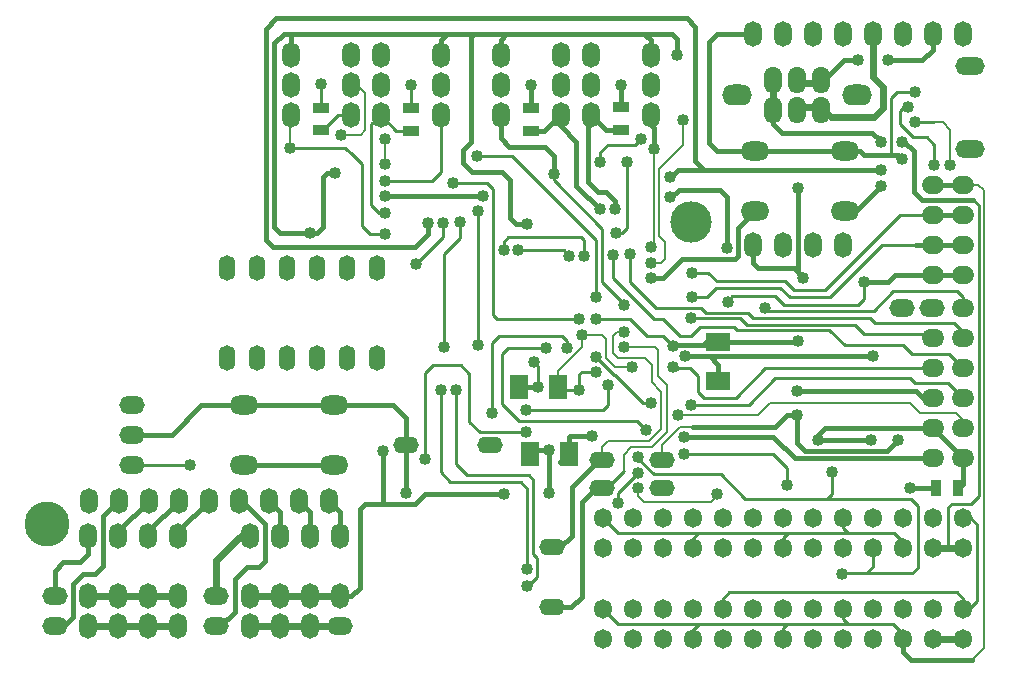
<source format=gbl>
G04 (created by PCBNEW-RS274X (2012-01-19 BZR 3256)-stable) date 5/6/2556 16:26:55*
G01*
G70*
G90*
%MOIN*%
G04 Gerber Fmt 3.4, Leading zero omitted, Abs format*
%FSLAX34Y34*%
G04 APERTURE LIST*
%ADD10C,0.006000*%
%ADD11O,0.060000X0.065000*%
%ADD12C,0.150000*%
%ADD13C,0.138100*%
%ADD14O,0.060000X0.085000*%
%ADD15O,0.085000X0.055000*%
%ADD16O,0.085000X0.060000*%
%ADD17O,0.095000X0.064000*%
%ADD18O,0.060000X0.090000*%
%ADD19O,0.100000X0.070000*%
%ADD20O,0.055000X0.085000*%
%ADD21O,0.075000X0.060000*%
%ADD22R,0.060000X0.080000*%
%ADD23R,0.080000X0.060000*%
%ADD24R,0.035000X0.055000*%
%ADD25C,0.060000*%
%ADD26R,0.055000X0.035000*%
%ADD27O,0.098400X0.059400*%
%ADD28O,0.098400X0.060000*%
%ADD29C,0.040000*%
%ADD30C,0.015000*%
%ADD31C,0.024000*%
%ADD32C,0.008000*%
%ADD33C,0.010000*%
G04 APERTURE END LIST*
G54D10*
G54D11*
X71949Y-48170D03*
X71949Y-49170D03*
X70949Y-48170D03*
X70949Y-49170D03*
X69949Y-48170D03*
X69949Y-49170D03*
X68949Y-48170D03*
X68949Y-49170D03*
X67949Y-48170D03*
X67949Y-49170D03*
X66949Y-48170D03*
X66949Y-49170D03*
X65949Y-48170D03*
X65949Y-49170D03*
X64949Y-48170D03*
X64949Y-49170D03*
X63949Y-48170D03*
X63949Y-49170D03*
X62949Y-48170D03*
X62949Y-49170D03*
X61949Y-48170D03*
X61949Y-49170D03*
X60949Y-48170D03*
X60949Y-49170D03*
X59949Y-48170D03*
X59949Y-49170D03*
G54D12*
X41402Y-45342D03*
G54D13*
X62898Y-35283D03*
G54D14*
X64943Y-36027D03*
X65943Y-36027D03*
X66943Y-36027D03*
X67943Y-36027D03*
G54D15*
X58246Y-48116D03*
X58246Y-46116D03*
G54D16*
X41678Y-48737D03*
X41678Y-47737D03*
G54D17*
X68016Y-32897D03*
X68016Y-34897D03*
X65016Y-32897D03*
X65016Y-34897D03*
G54D18*
X67210Y-30530D03*
X67210Y-31550D03*
X66410Y-30530D03*
X66410Y-31550D03*
X65610Y-30530D03*
X65610Y-31550D03*
G54D19*
X64410Y-31040D03*
X68410Y-31040D03*
G54D14*
X48186Y-45737D03*
X49186Y-45737D03*
X50186Y-45737D03*
X51186Y-45737D03*
G54D16*
X47064Y-48745D03*
X47064Y-47745D03*
G54D15*
X61914Y-43204D03*
X59914Y-43204D03*
G54D14*
X51538Y-29692D03*
X51538Y-30692D03*
X51538Y-31692D03*
X52538Y-29692D03*
X52538Y-30692D03*
X52538Y-31692D03*
G54D20*
X52423Y-36816D03*
X47423Y-36816D03*
X47423Y-39808D03*
X52423Y-39808D03*
X51423Y-39808D03*
X50423Y-39808D03*
X49423Y-39808D03*
X48423Y-39808D03*
X51423Y-36816D03*
X50423Y-36816D03*
X49423Y-36816D03*
X48423Y-36816D03*
G54D14*
X42804Y-44564D03*
X43804Y-44564D03*
X44804Y-44564D03*
X45804Y-44564D03*
X46804Y-44564D03*
X47804Y-44564D03*
X48804Y-44564D03*
X49804Y-44564D03*
X50804Y-44564D03*
X61538Y-31692D03*
X61538Y-30692D03*
X61538Y-29692D03*
X56538Y-31692D03*
X56538Y-30692D03*
X56538Y-29692D03*
X54538Y-31692D03*
X54538Y-30692D03*
X54538Y-29692D03*
X49538Y-31692D03*
X49538Y-30692D03*
X49538Y-29692D03*
G54D16*
X44237Y-41361D03*
X44237Y-42361D03*
X44237Y-43361D03*
G54D15*
X61914Y-44136D03*
X59914Y-44136D03*
G54D14*
X58538Y-29692D03*
X58538Y-30692D03*
X58538Y-31692D03*
X59538Y-29692D03*
X59538Y-30692D03*
X59538Y-31692D03*
G54D21*
X71950Y-43150D03*
X71950Y-42150D03*
X71950Y-41150D03*
X71950Y-40150D03*
X71950Y-39150D03*
X71950Y-38150D03*
X70950Y-43150D03*
X70950Y-42150D03*
X70950Y-41150D03*
X70950Y-40150D03*
X70950Y-39150D03*
G54D14*
X51186Y-47737D03*
G54D16*
X51186Y-48737D03*
G54D14*
X50186Y-47737D03*
X50186Y-48737D03*
X49186Y-47737D03*
X49186Y-48737D03*
X48186Y-47737D03*
X48186Y-48737D03*
X42800Y-45737D03*
X43800Y-45737D03*
X44800Y-45737D03*
X45800Y-45737D03*
X45800Y-47737D03*
X45800Y-48737D03*
X44800Y-47737D03*
X44800Y-48737D03*
X43800Y-47737D03*
X43800Y-48737D03*
X42800Y-47737D03*
X42800Y-48737D03*
G54D22*
X57508Y-43008D03*
X58808Y-43008D03*
X57166Y-40779D03*
X58466Y-40779D03*
G54D23*
X63783Y-39283D03*
X63783Y-40583D03*
G54D24*
X71045Y-44142D03*
X71795Y-44142D03*
G54D25*
X71875Y-34030D02*
X72025Y-34030D01*
X71875Y-35030D02*
X72025Y-35030D01*
X71875Y-36030D02*
X72025Y-36030D01*
X71875Y-37030D02*
X72025Y-37030D01*
G54D14*
X70944Y-29016D03*
X71944Y-29016D03*
G54D16*
X70930Y-38150D03*
X69930Y-38150D03*
G54D26*
X50544Y-31461D03*
X50544Y-32211D03*
X53543Y-31468D03*
X53543Y-32218D03*
X57540Y-31482D03*
X57540Y-32232D03*
X60537Y-31449D03*
X60537Y-32199D03*
G54D17*
X50976Y-41378D03*
X50976Y-43378D03*
X47976Y-41378D03*
X47976Y-43378D03*
G54D11*
X71951Y-45149D03*
X71951Y-46149D03*
X70951Y-45149D03*
X70951Y-46149D03*
X69951Y-45149D03*
X69951Y-46149D03*
X68951Y-45149D03*
X68951Y-46149D03*
X67951Y-45149D03*
X67951Y-46149D03*
X66951Y-45149D03*
X66951Y-46149D03*
X65951Y-45149D03*
X65951Y-46149D03*
X64951Y-45149D03*
X64951Y-46149D03*
X63951Y-45149D03*
X63951Y-46149D03*
X62951Y-45149D03*
X62951Y-46149D03*
X61951Y-45149D03*
X61951Y-46149D03*
X60951Y-45149D03*
X60951Y-46149D03*
X59951Y-45149D03*
X59951Y-46149D03*
G54D25*
X70878Y-34032D02*
X71028Y-34032D01*
X70878Y-35032D02*
X71028Y-35032D01*
X70878Y-36032D02*
X71028Y-36032D01*
X70878Y-37032D02*
X71028Y-37032D01*
G54D27*
X72192Y-32822D03*
G54D28*
X72192Y-30066D03*
G54D14*
X64944Y-29015D03*
X65944Y-29015D03*
X66944Y-29015D03*
X67944Y-29015D03*
X69944Y-29016D03*
X68944Y-29016D03*
G54D15*
X56183Y-42714D03*
X53383Y-42714D03*
G54D29*
X68964Y-39742D03*
X62684Y-39741D03*
X52605Y-42915D03*
X59153Y-38505D03*
X54941Y-33975D03*
X60926Y-40111D03*
X59265Y-39030D03*
X67118Y-42544D03*
X59703Y-40266D03*
X59160Y-40881D03*
X58149Y-44313D03*
X68880Y-42546D03*
X56637Y-44325D03*
X58152Y-42874D03*
X69207Y-32601D03*
X54102Y-35292D03*
X62184Y-33780D03*
X68667Y-37266D03*
X64101Y-37932D03*
X69206Y-33518D03*
X62609Y-31883D03*
X61554Y-36648D03*
X56640Y-36195D03*
X49532Y-32796D03*
X52668Y-35681D03*
X59316Y-36393D03*
X58830Y-36393D03*
X57129Y-36201D03*
X58314Y-33660D03*
X60660Y-38034D03*
X54634Y-35286D03*
X53715Y-36681D03*
X52668Y-33906D03*
X61554Y-36098D03*
X61638Y-32844D03*
X69909Y-33153D03*
X62290Y-39410D03*
X60375Y-35631D03*
X70353Y-30929D03*
X62430Y-29712D03*
X51032Y-33624D03*
X66628Y-37136D03*
X59577Y-42405D03*
X60462Y-44645D03*
X66441Y-34128D03*
X53382Y-44308D03*
X66420Y-40916D03*
X59716Y-38506D03*
X65351Y-38129D03*
X55776Y-39374D03*
X57408Y-35334D03*
X59716Y-37767D03*
X50199Y-35643D03*
X57798Y-40766D03*
X60736Y-33268D03*
X69780Y-42544D03*
X61128Y-43628D03*
X55782Y-34902D03*
X66459Y-39225D03*
X57661Y-39931D03*
X66417Y-41694D03*
X55756Y-33082D03*
X60847Y-36343D03*
X70106Y-31446D03*
X54537Y-40854D03*
X57417Y-46845D03*
X70998Y-33375D03*
X55056Y-40851D03*
X71534Y-33378D03*
X70353Y-31932D03*
X57416Y-47399D03*
X58763Y-39456D03*
X46192Y-43361D03*
X56259Y-41619D03*
X63762Y-44342D03*
X61128Y-44130D03*
X51233Y-32360D03*
X52668Y-34952D03*
X59853Y-34848D03*
X60341Y-34848D03*
X58049Y-39454D03*
X62637Y-42444D03*
X61396Y-42200D03*
X62446Y-41716D03*
X62868Y-41356D03*
X69462Y-29867D03*
X68450Y-29866D03*
X70194Y-44146D03*
X54642Y-39431D03*
X55182Y-35284D03*
X60660Y-39436D03*
X60660Y-38940D03*
X59703Y-39759D03*
X61553Y-41292D03*
X61553Y-37141D03*
X69206Y-34079D03*
X61205Y-32508D03*
X59855Y-33273D03*
X53542Y-30690D03*
X52668Y-33318D03*
X52668Y-32502D03*
X50540Y-30682D03*
X57542Y-30690D03*
X60536Y-30696D03*
X62874Y-38478D03*
X62289Y-40095D03*
X62640Y-43012D03*
X66084Y-44036D03*
X60288Y-36352D03*
X62902Y-36953D03*
X62906Y-37769D03*
X57369Y-42279D03*
X60105Y-40692D03*
X54033Y-43176D03*
X57370Y-41546D03*
X67928Y-46991D03*
X67587Y-43596D03*
X61131Y-43089D03*
X69903Y-32594D03*
X52671Y-34395D03*
X64098Y-36126D03*
X62181Y-34439D03*
X55936Y-34394D03*
G54D30*
X57642Y-42874D02*
X57508Y-43008D01*
X53676Y-44672D02*
X52601Y-44672D01*
G54D31*
X50186Y-47737D02*
X51186Y-47737D01*
G54D32*
X59265Y-39428D02*
X58466Y-40227D01*
G54D30*
X69468Y-42150D02*
X67351Y-42150D01*
G54D32*
X59265Y-39030D02*
X59265Y-39428D01*
G54D30*
X68878Y-42544D02*
X68880Y-42546D01*
X51563Y-47737D02*
X51186Y-47737D01*
X63506Y-39741D02*
X68963Y-39741D01*
G54D32*
X60067Y-39179D02*
X60067Y-39813D01*
G54D33*
X59160Y-40881D02*
X58568Y-40881D01*
G54D30*
X63783Y-40583D02*
X63783Y-40018D01*
G54D32*
X58466Y-40227D02*
X58466Y-40779D01*
G54D33*
X58568Y-40881D02*
X58466Y-40779D01*
X59160Y-40349D02*
X59243Y-40266D01*
G54D30*
X68963Y-39741D02*
X68964Y-39742D01*
G54D33*
X56751Y-38505D02*
X59153Y-38505D01*
G54D30*
X71950Y-43987D02*
X71795Y-44142D01*
X67118Y-42383D02*
X67118Y-42544D01*
G54D32*
X60926Y-40111D02*
X60365Y-40111D01*
G54D33*
X55770Y-33975D02*
X56095Y-33975D01*
G54D32*
X60067Y-39813D02*
X60365Y-40111D01*
G54D30*
X51840Y-45240D02*
X51840Y-47460D01*
X52605Y-44046D02*
X52605Y-44672D01*
X67118Y-42544D02*
X67118Y-42546D01*
G54D33*
X58568Y-40881D02*
X58466Y-40779D01*
G54D30*
X62684Y-39741D02*
X63506Y-39741D01*
X70950Y-42150D02*
X69468Y-42150D01*
G54D33*
X59243Y-40266D02*
X59703Y-40266D01*
X59160Y-40881D02*
X59160Y-40349D01*
G54D30*
X58152Y-44310D02*
X58149Y-44313D01*
X52002Y-44672D02*
X51840Y-44834D01*
X68878Y-42544D02*
X67118Y-42544D01*
G54D33*
X54941Y-33975D02*
X55770Y-33975D01*
G54D30*
X58152Y-42874D02*
X57642Y-42874D01*
G54D31*
X49186Y-47737D02*
X50186Y-47737D01*
X48186Y-47737D02*
X49186Y-47737D01*
X44800Y-47737D02*
X45800Y-47737D01*
G54D33*
X56095Y-33975D02*
X56290Y-34170D01*
G54D30*
X56637Y-44325D02*
X54023Y-44325D01*
X52605Y-42915D02*
X52605Y-44046D01*
G54D33*
X56290Y-38370D02*
X56425Y-38505D01*
G54D30*
X52601Y-44672D02*
X52002Y-44672D01*
X58152Y-42874D02*
X58152Y-44310D01*
G54D33*
X58568Y-40881D02*
X58466Y-40779D01*
G54D30*
X63783Y-40018D02*
X63506Y-39741D01*
X71950Y-43150D02*
X71950Y-43987D01*
G54D32*
X59918Y-39030D02*
X60067Y-39179D01*
G54D30*
X52605Y-44672D02*
X52601Y-44672D01*
G54D31*
X43800Y-47737D02*
X44800Y-47737D01*
G54D30*
X54023Y-44325D02*
X53676Y-44672D01*
G54D33*
X56425Y-38505D02*
X56751Y-38505D01*
X56290Y-34170D02*
X56290Y-38370D01*
G54D31*
X42800Y-47737D02*
X43800Y-47737D01*
G54D30*
X51840Y-44834D02*
X51840Y-45240D01*
G54D32*
X59265Y-39030D02*
X59918Y-39030D01*
G54D30*
X51840Y-47460D02*
X51563Y-47737D01*
X71950Y-43150D02*
X70950Y-42150D01*
X67351Y-42150D02*
X67118Y-42383D01*
G54D33*
X59153Y-38505D02*
X59154Y-38505D01*
G54D30*
X68930Y-32297D02*
X68572Y-32297D01*
X71950Y-37030D02*
X70955Y-37030D01*
X69168Y-32535D02*
X68930Y-32297D01*
X63030Y-28755D02*
X63030Y-32991D01*
G54D33*
X64101Y-37893D02*
X64248Y-37746D01*
G54D30*
X63030Y-33234D02*
X63314Y-33518D01*
G54D31*
X65610Y-30640D02*
X65610Y-31440D01*
G54D30*
X69207Y-32601D02*
X69168Y-32601D01*
X69206Y-33518D02*
X63314Y-33518D01*
G54D33*
X68437Y-38048D02*
X68117Y-38048D01*
G54D30*
X53668Y-36100D02*
X49221Y-36100D01*
X54102Y-35666D02*
X53668Y-36100D01*
X48705Y-35853D02*
X48952Y-36100D01*
G54D33*
X65679Y-37746D02*
X65484Y-37746D01*
X68667Y-37818D02*
X68437Y-38048D01*
G54D30*
X49052Y-28477D02*
X62752Y-28477D01*
X63030Y-32991D02*
X63030Y-33234D01*
X48705Y-28824D02*
X49052Y-28477D01*
X68667Y-37266D02*
X69449Y-37266D01*
X48705Y-29554D02*
X48705Y-35853D01*
X62446Y-33518D02*
X62184Y-33780D01*
X69685Y-37030D02*
X70940Y-37030D01*
G54D33*
X65484Y-37746D02*
X64658Y-37746D01*
G54D30*
X65917Y-32297D02*
X68572Y-32297D01*
G54D33*
X68117Y-38048D02*
X66663Y-38048D01*
G54D30*
X70940Y-37030D02*
X71950Y-37030D01*
X49221Y-36100D02*
X48952Y-36100D01*
G54D33*
X65981Y-38048D02*
X65679Y-37746D01*
G54D30*
X70955Y-37030D02*
X70953Y-37032D01*
X54102Y-35292D02*
X54102Y-35666D01*
G54D33*
X68667Y-37266D02*
X68667Y-37818D01*
G54D30*
X65610Y-31990D02*
X65917Y-32297D01*
X62752Y-28477D02*
X63030Y-28755D01*
G54D33*
X66663Y-38048D02*
X65981Y-38048D01*
G54D30*
X63314Y-33518D02*
X62446Y-33518D01*
X69168Y-32601D02*
X69168Y-32535D01*
X69168Y-32535D02*
X69168Y-32535D01*
G54D33*
X64248Y-37746D02*
X64658Y-37746D01*
G54D30*
X69449Y-37266D02*
X69685Y-37030D01*
X48705Y-29554D02*
X48705Y-28824D01*
G54D33*
X64101Y-37932D02*
X64101Y-37893D01*
G54D30*
X65610Y-31440D02*
X65610Y-31990D01*
G54D32*
X62609Y-31883D02*
X62609Y-32701D01*
X62609Y-32701D02*
X61814Y-33496D01*
X61814Y-35718D02*
X62034Y-35938D01*
X61814Y-33496D02*
X61814Y-35718D01*
X62034Y-36512D02*
X61898Y-36648D01*
X61898Y-36648D02*
X61554Y-36648D01*
X62034Y-35938D02*
X62034Y-36512D01*
G54D33*
X52668Y-35681D02*
X52187Y-35681D01*
X59229Y-35772D02*
X57248Y-35772D01*
X51905Y-33334D02*
X51551Y-32980D01*
X57005Y-35772D02*
X57248Y-35772D01*
X56640Y-35931D02*
X56799Y-35772D01*
X59316Y-35859D02*
X59229Y-35772D01*
X51367Y-32796D02*
X51905Y-33334D01*
X49532Y-32796D02*
X51367Y-32796D01*
G54D32*
X49532Y-32796D02*
X49532Y-31698D01*
X49532Y-31698D02*
X49538Y-31692D01*
G54D33*
X56640Y-36195D02*
X56640Y-35931D01*
X51905Y-35399D02*
X51905Y-33334D01*
X59316Y-36393D02*
X59316Y-35859D01*
X52187Y-35681D02*
X51905Y-35399D01*
X56799Y-35772D02*
X57005Y-35772D01*
X58830Y-36393D02*
X58638Y-36201D01*
X57129Y-36201D02*
X58638Y-36201D01*
X58830Y-36393D02*
X58830Y-36297D01*
G54D30*
X58009Y-32753D02*
X58314Y-33058D01*
X56826Y-32753D02*
X58009Y-32753D01*
G54D33*
X58314Y-33669D02*
X58314Y-33660D01*
X59934Y-37282D02*
X60660Y-38008D01*
G54D30*
X56538Y-32465D02*
X56826Y-32753D01*
X56538Y-31692D02*
X56538Y-32465D01*
G54D33*
X59934Y-35490D02*
X59934Y-35609D01*
X60660Y-38008D02*
X60660Y-38034D01*
X59934Y-36533D02*
X59934Y-37282D01*
X59934Y-35609D02*
X59934Y-36533D01*
X58314Y-33870D02*
X59934Y-35490D01*
X58314Y-33669D02*
X58314Y-33870D01*
G54D30*
X58314Y-33058D02*
X58314Y-33660D01*
G54D33*
X54634Y-35762D02*
X53715Y-36681D01*
X54634Y-35286D02*
X54634Y-35762D01*
X54245Y-33906D02*
X54538Y-33613D01*
X54538Y-33613D02*
X54538Y-31692D01*
X52668Y-33906D02*
X54245Y-33906D01*
G54D30*
X61638Y-32142D02*
X61638Y-32816D01*
G54D32*
X61638Y-36014D02*
X61554Y-36098D01*
X61638Y-32844D02*
X61638Y-36014D01*
G54D30*
X61538Y-31692D02*
X61538Y-32042D01*
G54D32*
X61638Y-32816D02*
X61638Y-36014D01*
G54D30*
X61538Y-32042D02*
X61638Y-32142D01*
G54D32*
X61638Y-36014D02*
X61554Y-36098D01*
G54D30*
X61638Y-32816D02*
X61638Y-32844D01*
G54D32*
X61638Y-36014D02*
X61554Y-36098D01*
G54D30*
X42800Y-46324D02*
X42800Y-45737D01*
X41957Y-46615D02*
X42509Y-46615D01*
X41678Y-46894D02*
X41957Y-46615D01*
X42509Y-46615D02*
X42800Y-46324D01*
X41678Y-47737D02*
X41678Y-46894D01*
X43800Y-45568D02*
X44804Y-44564D01*
X43800Y-45737D02*
X43800Y-45568D01*
X44800Y-45737D02*
X44800Y-45568D01*
X44800Y-45568D02*
X45804Y-44564D01*
X45800Y-45568D02*
X46804Y-44564D01*
X45800Y-45737D02*
X45800Y-45568D01*
G54D31*
X47064Y-47745D02*
X47064Y-46544D01*
X47871Y-45737D02*
X48186Y-45737D01*
X47064Y-46544D02*
X47871Y-45737D01*
G54D30*
X49186Y-45737D02*
X49186Y-44946D01*
X49186Y-44946D02*
X48804Y-44564D01*
X51186Y-44946D02*
X50804Y-44564D01*
X51186Y-45737D02*
X51186Y-44946D01*
X50186Y-44946D02*
X49804Y-44564D01*
X50186Y-45737D02*
X50186Y-44946D01*
G54D33*
X71949Y-47819D02*
X71949Y-48170D01*
X63949Y-47821D02*
X64160Y-47610D01*
X72150Y-48170D02*
X71949Y-48170D01*
X63949Y-48170D02*
X63949Y-47821D01*
X72217Y-45149D02*
X72419Y-45351D01*
X64160Y-47610D02*
X71740Y-47610D01*
X71951Y-45149D02*
X72217Y-45149D01*
X71740Y-47610D02*
X71949Y-47819D01*
X72419Y-47901D02*
X72150Y-48170D01*
X72419Y-45351D02*
X72419Y-47901D01*
G54D30*
X56538Y-29692D02*
X56538Y-29188D01*
G54D33*
X69615Y-37584D02*
X68969Y-38230D01*
G54D30*
X57798Y-40766D02*
X57179Y-40766D01*
G54D33*
X66150Y-45650D02*
X68130Y-45650D01*
G54D31*
X44800Y-48737D02*
X45800Y-48737D01*
G54D30*
X54757Y-28998D02*
X55646Y-28998D01*
X61938Y-28998D02*
X62244Y-28998D01*
G54D33*
X61128Y-43648D02*
X61128Y-43628D01*
X56932Y-33082D02*
X59716Y-35866D01*
G54D31*
X43800Y-48737D02*
X44800Y-48737D01*
G54D33*
X63150Y-48670D02*
X60449Y-48670D01*
X57798Y-40766D02*
X57798Y-40068D01*
G54D30*
X50610Y-33898D02*
X50610Y-35450D01*
X70634Y-41150D02*
X70400Y-40916D01*
X69949Y-49601D02*
X69949Y-49170D01*
X69420Y-42904D02*
X69780Y-42544D01*
X49500Y-28998D02*
X49538Y-28998D01*
X58532Y-43284D02*
X58808Y-43008D01*
X53383Y-44307D02*
X53383Y-42714D01*
X55548Y-29096D02*
X55646Y-28998D01*
G54D33*
X69863Y-37584D02*
X69615Y-37584D01*
G54D32*
X72644Y-44499D02*
X72644Y-49477D01*
G54D30*
X50740Y-33624D02*
X51032Y-33624D01*
G54D33*
X69949Y-49009D02*
X69949Y-49170D01*
X59716Y-38506D02*
X60850Y-38506D01*
G54D30*
X63398Y-39283D02*
X63327Y-39354D01*
X63500Y-30121D02*
X63500Y-29271D01*
X55275Y-33300D02*
X55275Y-32858D01*
G54D33*
X71950Y-38150D02*
X71950Y-37776D01*
G54D30*
X45580Y-42361D02*
X44237Y-42361D01*
G54D33*
X61943Y-39063D02*
X62290Y-39410D01*
G54D30*
X69783Y-33027D02*
X69909Y-33153D01*
X71950Y-34030D02*
X70955Y-34030D01*
X50610Y-35450D02*
X50417Y-35643D01*
X56728Y-28998D02*
X60977Y-28998D01*
G54D33*
X65949Y-48801D02*
X66080Y-48670D01*
G54D30*
X63756Y-29015D02*
X64944Y-29015D01*
X63758Y-32897D02*
X63500Y-32639D01*
X62244Y-28998D02*
X62430Y-29184D01*
X49195Y-35643D02*
X50199Y-35643D01*
X46563Y-41378D02*
X45580Y-42361D01*
G54D33*
X60587Y-35628D02*
X60375Y-35631D01*
G54D30*
X65121Y-36816D02*
X66308Y-36816D01*
X68646Y-33027D02*
X69544Y-33027D01*
X63783Y-39283D02*
X63398Y-39283D01*
X56538Y-29188D02*
X56728Y-28998D01*
G54D32*
X72460Y-34030D02*
X72644Y-34214D01*
G54D30*
X49304Y-28998D02*
X48986Y-29316D01*
X63500Y-30121D02*
X63500Y-32639D01*
X69544Y-33027D02*
X69783Y-33027D01*
X47976Y-41378D02*
X50976Y-41378D01*
G54D33*
X65452Y-38230D02*
X65351Y-38129D01*
X60462Y-44645D02*
X60462Y-44314D01*
G54D30*
X70955Y-34030D02*
X70953Y-34032D01*
X64943Y-36027D02*
X64943Y-36638D01*
G54D33*
X68969Y-38230D02*
X65452Y-38230D01*
X66150Y-45650D02*
X63130Y-45650D01*
G54D30*
X48986Y-35434D02*
X49195Y-35643D01*
X59565Y-42404D02*
X59577Y-42405D01*
X57408Y-35334D02*
X57048Y-35334D01*
X48986Y-29316D02*
X48986Y-35434D01*
G54D31*
X50186Y-48737D02*
X51186Y-48737D01*
G54D32*
X62511Y-42105D02*
X61914Y-42702D01*
G54D33*
X55756Y-33082D02*
X56932Y-33082D01*
X60850Y-38506D02*
X61407Y-39063D01*
G54D30*
X54538Y-29217D02*
X54757Y-28998D01*
G54D32*
X61914Y-42702D02*
X61914Y-43204D01*
G54D30*
X50976Y-41378D02*
X52958Y-41378D01*
G54D33*
X67949Y-48170D02*
X67949Y-48499D01*
G54D30*
X50610Y-33754D02*
X50740Y-33624D01*
X69949Y-49601D02*
X70202Y-49854D01*
X70740Y-49854D02*
X72267Y-49854D01*
X47976Y-41378D02*
X46563Y-41378D01*
G54D33*
X66110Y-45650D02*
X66150Y-45650D01*
G54D30*
X66417Y-42628D02*
X66414Y-42631D01*
X66099Y-41694D02*
X65688Y-42105D01*
G54D33*
X65949Y-49170D02*
X65949Y-48801D01*
G54D30*
X54538Y-29692D02*
X54538Y-29217D01*
X70940Y-34030D02*
X71950Y-34030D01*
G54D33*
X66080Y-48670D02*
X66110Y-48670D01*
G54D30*
X66414Y-42631D02*
X66687Y-42904D01*
G54D31*
X42800Y-48737D02*
X43800Y-48737D01*
G54D33*
X60452Y-45650D02*
X59951Y-45149D01*
G54D30*
X70202Y-49854D02*
X70740Y-49854D01*
X62430Y-29184D02*
X62430Y-29712D01*
X55646Y-28998D02*
X56728Y-28998D01*
X56861Y-35147D02*
X56861Y-33880D01*
X68516Y-32897D02*
X68646Y-33027D01*
G54D33*
X70353Y-30929D02*
X69736Y-30929D01*
G54D30*
X64943Y-36638D02*
X65121Y-36816D01*
G54D33*
X69660Y-45650D02*
X69951Y-45941D01*
G54D30*
X66687Y-42904D02*
X69420Y-42904D01*
G54D33*
X67951Y-45149D02*
X67951Y-45471D01*
X63130Y-45650D02*
X60452Y-45650D01*
G54D30*
X50417Y-35643D02*
X50199Y-35643D01*
G54D33*
X68130Y-45650D02*
X69660Y-45650D01*
G54D31*
X49186Y-48737D02*
X50186Y-48737D01*
G54D30*
X49861Y-28998D02*
X49304Y-28998D01*
G54D33*
X69951Y-45941D02*
X69951Y-46149D01*
G54D32*
X72644Y-34214D02*
X72644Y-34848D01*
G54D30*
X56861Y-33880D02*
X56581Y-33600D01*
X55548Y-32585D02*
X55275Y-32858D01*
X65016Y-32897D02*
X68016Y-32897D01*
G54D33*
X60449Y-48670D02*
X59949Y-48170D01*
G54D30*
X66099Y-41694D02*
X66417Y-41694D01*
G54D32*
X71950Y-34030D02*
X72460Y-34030D01*
G54D33*
X59716Y-37767D02*
X59716Y-35866D01*
G54D30*
X55548Y-29096D02*
X55548Y-32585D01*
G54D32*
X62951Y-42105D02*
X62852Y-42105D01*
G54D30*
X58852Y-42404D02*
X58808Y-42448D01*
X59565Y-42404D02*
X58852Y-42404D01*
X62346Y-39354D02*
X62290Y-39410D01*
X61538Y-29206D02*
X61538Y-29692D01*
G54D32*
X72644Y-34848D02*
X72644Y-44499D01*
G54D30*
X63327Y-39354D02*
X62346Y-39354D01*
X66441Y-34128D02*
X66441Y-36949D01*
G54D33*
X62951Y-45829D02*
X63130Y-45650D01*
X71758Y-37584D02*
X69863Y-37584D01*
X69610Y-48670D02*
X69949Y-49009D01*
G54D30*
X66308Y-36816D02*
X66628Y-37136D01*
X65016Y-32897D02*
X63758Y-32897D01*
X63783Y-39283D02*
X66401Y-39283D01*
X70400Y-40916D02*
X66420Y-40916D01*
G54D31*
X48186Y-48737D02*
X49186Y-48737D01*
G54D30*
X53383Y-44307D02*
X53382Y-44308D01*
X61330Y-28998D02*
X61538Y-29206D01*
X52958Y-41378D02*
X53385Y-41805D01*
G54D33*
X62951Y-46149D02*
X62951Y-45829D01*
G54D32*
X72644Y-49477D02*
X72267Y-49854D01*
G54D30*
X66401Y-39283D02*
X66459Y-39225D01*
G54D33*
X67949Y-48499D02*
X68120Y-48670D01*
G54D30*
X56581Y-33600D02*
X55575Y-33600D01*
G54D33*
X69544Y-33027D02*
X69544Y-31450D01*
G54D30*
X68016Y-32897D02*
X68516Y-32897D01*
X70950Y-41150D02*
X70634Y-41150D01*
G54D33*
X69736Y-30929D02*
X69544Y-31121D01*
X55782Y-34902D02*
X55782Y-39368D01*
G54D30*
X50610Y-33898D02*
X50610Y-33754D01*
X66440Y-36948D02*
X66628Y-37136D01*
X55575Y-33600D02*
X55275Y-33300D01*
X49500Y-28998D02*
X49861Y-28998D01*
G54D33*
X69544Y-31121D02*
X69544Y-31450D01*
X55782Y-39368D02*
X55776Y-39374D01*
G54D30*
X57798Y-40766D02*
X57392Y-40776D01*
X57048Y-35334D02*
X56861Y-35147D01*
G54D33*
X66110Y-48670D02*
X63150Y-48670D01*
X67951Y-45471D02*
X68130Y-45650D01*
X71950Y-37776D02*
X71758Y-37584D01*
X62949Y-49170D02*
X62949Y-48871D01*
X60736Y-35479D02*
X60587Y-35628D01*
X61407Y-39063D02*
X61943Y-39063D01*
G54D30*
X58808Y-43008D02*
X58808Y-42448D01*
G54D32*
X62852Y-42105D02*
X62511Y-42105D01*
G54D33*
X68120Y-48670D02*
X69610Y-48670D01*
G54D30*
X53385Y-41805D02*
X53383Y-42714D01*
G54D33*
X65951Y-45809D02*
X66110Y-45650D01*
X57798Y-40068D02*
X57661Y-39931D01*
G54D30*
X60977Y-28998D02*
X61330Y-28998D01*
X65688Y-42105D02*
X62951Y-42105D01*
X62430Y-29184D02*
X62244Y-28998D01*
X66417Y-41694D02*
X66417Y-42628D01*
G54D33*
X60736Y-33268D02*
X60736Y-35479D01*
X66110Y-48670D02*
X68120Y-48670D01*
G54D30*
X49861Y-28998D02*
X54757Y-28998D01*
X60977Y-28998D02*
X61938Y-28998D01*
G54D33*
X59716Y-38506D02*
X59717Y-38507D01*
G54D30*
X58532Y-43284D02*
X58808Y-43008D01*
G54D33*
X62949Y-48871D02*
X63150Y-48670D01*
G54D30*
X66441Y-36949D02*
X66628Y-37136D01*
X63500Y-29271D02*
X63756Y-29015D01*
G54D33*
X60462Y-44314D02*
X61128Y-43648D01*
X65951Y-46149D02*
X65951Y-45809D01*
G54D30*
X49538Y-29692D02*
X49538Y-28998D01*
X57179Y-40766D02*
X57166Y-40779D01*
X71950Y-38925D02*
X71950Y-39150D01*
G54D33*
X71950Y-38925D02*
X71660Y-38635D01*
X60847Y-36343D02*
X60847Y-37267D01*
X69019Y-38635D02*
X68850Y-38466D01*
X65751Y-38466D02*
X64938Y-38466D01*
X63216Y-38124D02*
X61704Y-38124D01*
X68850Y-38466D02*
X65751Y-38466D01*
X63388Y-38296D02*
X63216Y-38124D01*
X61704Y-38124D02*
X60847Y-37267D01*
X60847Y-36343D02*
X60847Y-36493D01*
X64348Y-38296D02*
X63388Y-38296D01*
X60847Y-36462D02*
X60847Y-36493D01*
X64938Y-38466D02*
X64768Y-38296D01*
X60847Y-37267D02*
X60847Y-36343D01*
X64768Y-38296D02*
X64348Y-38296D01*
X71660Y-38635D02*
X69728Y-38635D01*
X69728Y-38635D02*
X69019Y-38635D01*
X69863Y-31749D02*
X69863Y-32000D01*
X57417Y-44151D02*
X57204Y-43938D01*
X70998Y-33375D02*
X70998Y-32685D01*
X57204Y-43938D02*
X54865Y-43938D01*
X70998Y-32685D02*
X70744Y-32431D01*
X57417Y-44622D02*
X57417Y-46845D01*
X70106Y-31446D02*
X69984Y-31446D01*
X69984Y-31446D02*
X69863Y-31567D01*
X70744Y-32431D02*
X70294Y-32431D01*
X54865Y-43938D02*
X54537Y-43610D01*
X54537Y-40854D02*
X54537Y-43610D01*
X57417Y-44622D02*
X57417Y-44151D01*
X69863Y-31567D02*
X69863Y-31749D01*
X69863Y-32000D02*
X70294Y-32431D01*
G54D32*
X71271Y-31932D02*
X71534Y-32195D01*
X71534Y-32195D02*
X71534Y-33378D01*
X70997Y-31932D02*
X71271Y-31932D01*
G54D33*
X55409Y-43695D02*
X57470Y-43695D01*
X70353Y-31932D02*
X70997Y-31932D01*
X55056Y-43342D02*
X55409Y-43695D01*
X57470Y-43695D02*
X57627Y-43852D01*
X55056Y-43074D02*
X55056Y-43342D01*
X57762Y-47098D02*
X57762Y-46461D01*
X57627Y-43852D02*
X57627Y-44150D01*
X55056Y-43074D02*
X55056Y-40851D01*
X57627Y-45520D02*
X57627Y-44150D01*
X57627Y-46326D02*
X57762Y-46461D01*
X57627Y-45520D02*
X57627Y-46101D01*
X57627Y-46101D02*
X57627Y-46326D01*
X57416Y-47399D02*
X57461Y-47399D01*
X57461Y-47399D02*
X57762Y-47098D01*
X56259Y-40944D02*
X56261Y-40942D01*
X46192Y-43361D02*
X46193Y-43360D01*
X45712Y-43361D02*
X46192Y-43361D01*
X46192Y-43361D02*
X46193Y-43360D01*
X58592Y-39052D02*
X58763Y-39223D01*
X44237Y-43361D02*
X45643Y-43361D01*
X46192Y-43361D02*
X46193Y-43360D01*
X45643Y-43361D02*
X45712Y-43361D01*
X56259Y-41619D02*
X56259Y-40944D01*
X56500Y-39052D02*
X58592Y-39052D01*
X56261Y-39310D02*
X56261Y-39291D01*
X56261Y-39291D02*
X56500Y-39052D01*
X58763Y-39223D02*
X58763Y-39456D01*
X56261Y-39310D02*
X56261Y-40942D01*
G54D32*
X63560Y-44589D02*
X63762Y-44387D01*
X63387Y-44589D02*
X61480Y-44589D01*
X61128Y-44130D02*
X61128Y-44412D01*
X61128Y-44412D02*
X61305Y-44589D01*
X61305Y-44589D02*
X61480Y-44589D01*
G54D33*
X63762Y-44387D02*
X63762Y-44342D01*
G54D32*
X63560Y-44589D02*
X63387Y-44589D01*
X51871Y-32360D02*
X51233Y-32360D01*
X52034Y-32197D02*
X51871Y-32360D01*
X52034Y-30969D02*
X52034Y-32197D01*
X51538Y-30692D02*
X51757Y-30692D01*
X51757Y-30692D02*
X52034Y-30969D01*
G54D33*
X50544Y-32211D02*
X50604Y-32211D01*
X50604Y-32211D02*
X51123Y-31692D01*
X51123Y-31692D02*
X51538Y-31692D01*
X53543Y-32218D02*
X53064Y-32218D01*
X52227Y-34692D02*
X52227Y-33854D01*
X52227Y-33854D02*
X52227Y-32003D01*
X53064Y-32218D02*
X52538Y-31692D01*
X52487Y-34952D02*
X52227Y-34692D01*
X52227Y-32003D02*
X52538Y-31692D01*
X52668Y-34952D02*
X52487Y-34952D01*
G54D30*
X57540Y-32232D02*
X57998Y-32232D01*
X59059Y-32599D02*
X59059Y-33502D01*
X58538Y-31692D02*
X58538Y-32078D01*
X58538Y-32078D02*
X59059Y-32599D01*
X59059Y-33502D02*
X59059Y-34054D01*
X59059Y-34054D02*
X59853Y-34848D01*
X57998Y-32232D02*
X58538Y-31692D01*
X59787Y-34272D02*
X60053Y-34272D01*
X59444Y-32639D02*
X59444Y-31786D01*
X59444Y-31786D02*
X59538Y-31692D01*
X60045Y-32199D02*
X59538Y-31692D01*
X60053Y-34272D02*
X60341Y-34560D01*
X60537Y-32199D02*
X60045Y-32199D01*
X60341Y-34560D02*
X60341Y-34848D01*
X59444Y-33929D02*
X59787Y-34272D01*
X59444Y-32639D02*
X59444Y-33929D01*
G54D33*
X56588Y-41181D02*
X56588Y-41348D01*
G54D30*
X70950Y-43150D02*
X68733Y-43150D01*
G54D33*
X56588Y-41022D02*
X56588Y-41181D01*
X61100Y-41904D02*
X61396Y-42200D01*
X57618Y-39454D02*
X56793Y-39454D01*
X56588Y-41348D02*
X57144Y-41904D01*
X56588Y-39659D02*
X56588Y-41022D01*
X58049Y-39454D02*
X57618Y-39454D01*
G54D30*
X65634Y-42444D02*
X66340Y-43150D01*
G54D33*
X57144Y-41904D02*
X61100Y-41904D01*
X56793Y-39454D02*
X56588Y-39659D01*
G54D30*
X62637Y-42444D02*
X65634Y-42444D01*
X68733Y-43150D02*
X66340Y-43150D01*
G54D32*
X71950Y-42150D02*
X71950Y-41865D01*
X71730Y-41645D02*
X70532Y-41645D01*
X62446Y-41716D02*
X64386Y-41716D01*
X65529Y-41312D02*
X70199Y-41312D01*
X64386Y-41716D02*
X65125Y-41716D01*
X70199Y-41312D02*
X70532Y-41645D01*
X65125Y-41716D02*
X65529Y-41312D01*
X71950Y-41865D02*
X71730Y-41645D01*
G54D33*
X70364Y-40650D02*
X70196Y-40482D01*
X70862Y-40650D02*
X70364Y-40650D01*
X62868Y-41356D02*
X64813Y-41356D01*
X71460Y-40650D02*
X70862Y-40650D01*
G54D30*
X71950Y-41140D02*
X71950Y-41150D01*
G54D33*
X70196Y-40482D02*
X65687Y-40482D01*
X71950Y-41140D02*
X71460Y-40650D01*
X65687Y-40482D02*
X64813Y-41356D01*
G54D31*
X69279Y-31479D02*
X68985Y-31773D01*
X67543Y-31773D02*
X67210Y-31440D01*
X68944Y-30439D02*
X69279Y-30774D01*
X67210Y-31440D02*
X66410Y-31440D01*
X68985Y-31773D02*
X67543Y-31773D01*
X69279Y-30774D02*
X69279Y-31479D01*
X68944Y-29016D02*
X68944Y-30439D01*
G54D30*
X68450Y-29866D02*
X67984Y-29866D01*
X70596Y-29867D02*
X69462Y-29867D01*
X70944Y-29016D02*
X70944Y-29519D01*
X70944Y-29519D02*
X70596Y-29867D01*
G54D31*
X66410Y-30640D02*
X67210Y-30640D01*
G54D30*
X67984Y-29866D02*
X67210Y-30640D01*
X48678Y-46579D02*
X48678Y-45327D01*
X47915Y-44564D02*
X47804Y-44564D01*
X47674Y-48264D02*
X47674Y-47159D01*
G54D33*
X47064Y-48745D02*
X47193Y-48745D01*
G54D30*
X48678Y-45327D02*
X47915Y-44564D01*
X48497Y-46760D02*
X48678Y-46579D01*
X47674Y-47159D02*
X48073Y-46760D01*
X48073Y-46760D02*
X48497Y-46760D01*
X47193Y-48745D02*
X47674Y-48264D01*
X41978Y-48737D02*
X42296Y-48419D01*
X43300Y-45068D02*
X43804Y-44564D01*
X41678Y-48737D02*
X41978Y-48737D01*
X42296Y-47320D02*
X42604Y-47012D01*
X43009Y-47012D02*
X43300Y-46721D01*
X42296Y-48419D02*
X42296Y-47320D01*
X43300Y-46721D02*
X43300Y-45068D01*
X42604Y-47012D02*
X43009Y-47012D01*
X70194Y-44146D02*
X71041Y-44146D01*
X71041Y-44146D02*
X71045Y-44142D01*
G54D33*
X54642Y-36338D02*
X55184Y-35796D01*
X55184Y-35796D02*
X55184Y-35286D01*
X55184Y-35286D02*
X55182Y-35284D01*
G54D32*
X55184Y-35286D02*
X55182Y-35284D01*
G54D33*
X54642Y-39431D02*
X54642Y-36338D01*
G54D32*
X61782Y-39537D02*
X61782Y-39663D01*
X62086Y-42270D02*
X61592Y-42764D01*
G54D30*
X59248Y-44612D02*
X59248Y-47762D01*
G54D32*
X61592Y-42764D02*
X60899Y-42764D01*
G54D33*
X59914Y-44136D02*
X60071Y-44136D01*
G54D32*
X61782Y-40173D02*
X61782Y-40407D01*
X61782Y-40407D02*
X62086Y-40711D01*
G54D33*
X60071Y-44136D02*
X60642Y-43565D01*
G54D30*
X59724Y-44136D02*
X59248Y-44612D01*
G54D32*
X60660Y-39436D02*
X60867Y-39436D01*
X61782Y-39663D02*
X61782Y-40173D01*
G54D30*
X59248Y-47762D02*
X58894Y-48116D01*
G54D32*
X62086Y-40711D02*
X62086Y-42270D01*
G54D30*
X58894Y-48116D02*
X58246Y-48116D01*
G54D32*
X60642Y-43021D02*
X60899Y-42764D01*
X61681Y-39436D02*
X61782Y-39537D01*
G54D30*
X59914Y-44136D02*
X59724Y-44136D01*
G54D32*
X60867Y-39436D02*
X61681Y-39436D01*
X60642Y-43565D02*
X60642Y-43021D01*
X60819Y-39785D02*
X61337Y-39785D01*
X60445Y-39785D02*
X60300Y-39640D01*
G54D30*
X58524Y-46116D02*
X58920Y-45720D01*
G54D32*
X61575Y-40023D02*
X61575Y-40064D01*
X61892Y-42163D02*
X61485Y-42570D01*
X61485Y-42570D02*
X60106Y-42570D01*
G54D30*
X58920Y-45720D02*
X58920Y-44086D01*
G54D32*
X60106Y-42570D02*
X59914Y-42762D01*
X61337Y-39785D02*
X61575Y-40023D01*
X60300Y-39052D02*
X60396Y-38956D01*
G54D30*
X59802Y-43204D02*
X59914Y-43204D01*
X58920Y-44086D02*
X59802Y-43204D01*
G54D32*
X61892Y-41889D02*
X61892Y-42163D01*
X59914Y-43204D02*
X59914Y-42762D01*
X60412Y-38940D02*
X60300Y-39052D01*
X60300Y-39640D02*
X60300Y-39052D01*
X60660Y-38940D02*
X60412Y-38940D01*
X61575Y-40064D02*
X61575Y-40613D01*
X60819Y-39785D02*
X60445Y-39785D01*
X61575Y-40613D02*
X61892Y-40930D01*
X61892Y-40930D02*
X61892Y-41889D01*
G54D30*
X58246Y-46116D02*
X58524Y-46116D01*
G54D33*
X60334Y-40366D02*
X59727Y-39759D01*
X60342Y-40366D02*
X60334Y-40366D01*
X59727Y-39759D02*
X59703Y-39759D01*
X61268Y-41292D02*
X61553Y-41292D01*
X60342Y-40366D02*
X61268Y-41292D01*
X61553Y-37141D02*
X61554Y-37142D01*
G54D30*
X61553Y-37141D02*
X61951Y-37141D01*
X68016Y-34897D02*
X68388Y-34897D01*
X65016Y-34897D02*
X65016Y-34904D01*
X63612Y-36513D02*
X62579Y-36513D01*
X63612Y-36513D02*
X64359Y-36513D01*
X62579Y-36513D02*
X61951Y-37141D01*
X64359Y-36513D02*
X64461Y-36411D01*
X64461Y-35631D02*
X64461Y-36222D01*
X64461Y-36411D02*
X64461Y-36222D01*
X64461Y-35681D02*
X64461Y-35631D01*
X64461Y-35631D02*
X64461Y-35452D01*
X64461Y-35452D02*
X65016Y-34897D01*
X64461Y-35459D02*
X64461Y-35595D01*
X64461Y-35595D02*
X64461Y-35681D01*
X68388Y-34897D02*
X69206Y-34079D01*
X59855Y-33273D02*
X59855Y-33312D01*
G54D33*
X61013Y-32700D02*
X61205Y-32508D01*
X59855Y-33312D02*
X59855Y-32947D01*
X60102Y-32700D02*
X61013Y-32700D01*
X59855Y-32947D02*
X60102Y-32700D01*
X53542Y-31467D02*
X53543Y-31468D01*
X53542Y-30690D02*
X53542Y-31467D01*
G54D32*
X52668Y-32502D02*
X52668Y-33318D01*
G54D33*
X50540Y-30682D02*
X50540Y-31457D01*
X50540Y-31457D02*
X50544Y-31461D01*
G54D30*
X57542Y-31480D02*
X57540Y-31482D01*
X57542Y-30690D02*
X57542Y-31480D01*
X60536Y-31448D02*
X60537Y-31449D01*
X60536Y-30696D02*
X60536Y-31448D01*
G54D33*
X70805Y-39005D02*
X70950Y-39150D01*
X69606Y-39005D02*
X70805Y-39005D01*
X64533Y-38478D02*
X64272Y-38478D01*
X69606Y-39005D02*
X68664Y-39005D01*
X64749Y-38694D02*
X64533Y-38478D01*
G54D32*
X64272Y-38478D02*
X62895Y-38478D01*
G54D33*
X65136Y-38694D02*
X64749Y-38694D01*
X68664Y-39005D02*
X68353Y-38694D01*
X68353Y-38694D02*
X65136Y-38694D01*
X64272Y-38478D02*
X62874Y-38478D01*
G54D32*
X70805Y-39005D02*
X70950Y-39150D01*
X62895Y-38478D02*
X63152Y-38478D01*
G54D30*
X62408Y-40150D02*
X62289Y-40095D01*
G54D33*
X63105Y-40397D02*
X62857Y-40149D01*
X64206Y-41130D02*
X64387Y-41130D01*
X70950Y-40150D02*
X65367Y-40150D01*
X62727Y-40150D02*
X62408Y-40150D01*
X62857Y-40149D02*
X62343Y-40149D01*
X62858Y-40150D02*
X63105Y-40397D01*
X63105Y-40713D02*
X63105Y-40929D01*
G54D30*
X62343Y-40149D02*
X62289Y-40095D01*
G54D33*
X64387Y-41130D02*
X65367Y-40150D01*
X62727Y-40150D02*
X62858Y-40150D01*
X63105Y-40929D02*
X63306Y-41130D01*
X63306Y-41130D02*
X64206Y-41130D01*
X63105Y-40713D02*
X63105Y-40397D01*
X66083Y-43470D02*
X65625Y-43012D01*
X66084Y-44036D02*
X66083Y-43470D01*
X65625Y-43012D02*
X62640Y-43012D01*
X60288Y-37062D02*
X60288Y-37145D01*
X63189Y-38772D02*
X62896Y-39065D01*
G54D30*
X71950Y-40150D02*
X71950Y-40140D01*
G54D33*
X62896Y-39065D02*
X62513Y-39065D01*
X60288Y-36442D02*
X60288Y-36547D01*
X60288Y-36547D02*
X60288Y-36887D01*
X60288Y-36887D02*
X60288Y-37062D01*
X69531Y-39384D02*
X68007Y-39384D01*
X60288Y-36352D02*
X60288Y-36547D01*
X70817Y-39660D02*
X70237Y-39660D01*
X60288Y-37062D02*
X60288Y-36352D01*
X71950Y-40140D02*
X71470Y-39660D01*
X69741Y-39384D02*
X69531Y-39384D01*
X64308Y-38772D02*
X63189Y-38772D01*
X61944Y-38496D02*
X61639Y-38496D01*
X60288Y-37145D02*
X61639Y-38496D01*
X62513Y-39065D02*
X61944Y-38496D01*
X70237Y-39660D02*
X69961Y-39384D01*
X64412Y-38876D02*
X64308Y-38772D01*
X68007Y-39384D02*
X67499Y-38876D01*
X71470Y-39660D02*
X70817Y-39660D01*
X67499Y-38876D02*
X64412Y-38876D01*
X69961Y-39384D02*
X69741Y-39384D01*
G54D30*
X70955Y-35030D02*
X70953Y-35032D01*
G54D33*
X65698Y-37226D02*
X65149Y-37226D01*
X70940Y-35030D02*
X69837Y-35030D01*
X67341Y-37526D02*
X66994Y-37526D01*
X66008Y-37226D02*
X65698Y-37226D01*
X66308Y-37526D02*
X66008Y-37226D01*
G54D30*
X70940Y-35030D02*
X71950Y-35030D01*
G54D33*
X66994Y-37526D02*
X66308Y-37526D01*
X69837Y-35030D02*
X67341Y-37526D01*
X65090Y-37226D02*
X63736Y-37226D01*
X62902Y-36953D02*
X63463Y-36953D01*
X65149Y-37226D02*
X65090Y-37226D01*
X63736Y-37226D02*
X63463Y-36953D01*
G54D30*
X71950Y-35030D02*
X70955Y-35030D01*
X70955Y-36030D02*
X70953Y-36032D01*
G54D33*
X65540Y-37454D02*
X65520Y-37454D01*
X69257Y-36030D02*
X67744Y-37543D01*
X64719Y-37454D02*
X63724Y-37454D01*
X66175Y-37772D02*
X66171Y-37776D01*
X70392Y-36030D02*
X69257Y-36030D01*
X67744Y-37543D02*
X67515Y-37772D01*
X63409Y-37769D02*
X62906Y-37769D01*
X65849Y-37454D02*
X65540Y-37454D01*
X66171Y-37776D02*
X65849Y-37454D01*
G54D30*
X70955Y-36030D02*
X70953Y-36032D01*
G54D33*
X67515Y-37772D02*
X66175Y-37772D01*
G54D30*
X70392Y-36030D02*
X70940Y-36030D01*
G54D33*
X63724Y-37454D02*
X63409Y-37769D01*
G54D30*
X70940Y-36030D02*
X71950Y-36030D01*
G54D33*
X65520Y-37454D02*
X64719Y-37454D01*
G54D30*
X71950Y-36030D02*
X70955Y-36030D01*
G54D33*
X55489Y-40320D02*
X55216Y-40047D01*
X57369Y-42279D02*
X57370Y-42280D01*
X60105Y-40692D02*
X60105Y-41379D01*
X55838Y-42279D02*
X55489Y-41930D01*
X57370Y-41546D02*
X59938Y-41546D01*
X60105Y-41379D02*
X59938Y-41546D01*
X57369Y-42279D02*
X55838Y-42279D01*
X55489Y-41930D02*
X55489Y-40320D01*
G54D30*
X47976Y-43378D02*
X50976Y-43378D01*
G54D33*
X54271Y-40047D02*
X54033Y-40285D01*
X54033Y-40285D02*
X54033Y-42448D01*
X55216Y-40047D02*
X54271Y-40047D01*
X54033Y-42448D02*
X54033Y-43176D01*
X70450Y-46786D02*
X70450Y-46628D01*
X68726Y-46984D02*
X67935Y-46984D01*
X61131Y-43152D02*
X61131Y-43089D01*
X65303Y-44496D02*
X64692Y-44496D01*
X61655Y-43676D02*
X61131Y-43152D01*
X69660Y-46984D02*
X70252Y-46984D01*
X63872Y-43676D02*
X64692Y-44496D01*
X67587Y-44342D02*
X67433Y-44496D01*
X67298Y-44496D02*
X65303Y-44496D01*
X62145Y-43676D02*
X61655Y-43676D01*
X62145Y-43676D02*
X63872Y-43676D01*
X68951Y-46149D02*
X68951Y-46759D01*
X67587Y-43596D02*
X67587Y-44342D01*
X67935Y-46984D02*
X67928Y-46991D01*
X67433Y-44496D02*
X67365Y-44496D01*
X68951Y-46759D02*
X68726Y-46984D01*
X70252Y-46984D02*
X70450Y-46786D01*
X69660Y-46984D02*
X68726Y-46984D01*
X67365Y-44496D02*
X67298Y-44496D01*
X67752Y-44496D02*
X70208Y-44496D01*
X67752Y-44496D02*
X67433Y-44496D01*
X70450Y-44738D02*
X70450Y-46628D01*
X70208Y-44496D02*
X70450Y-44738D01*
X72472Y-44393D02*
X72472Y-34711D01*
G54D31*
X70949Y-49170D02*
X71949Y-49170D01*
G54D30*
X69985Y-32594D02*
X70308Y-32917D01*
G54D33*
X72213Y-44652D02*
X72472Y-44393D01*
G54D31*
X71442Y-46149D02*
X70951Y-46149D01*
G54D33*
X71922Y-44652D02*
X72213Y-44652D01*
X71570Y-44652D02*
X71922Y-44652D01*
G54D30*
X70308Y-33052D02*
X70308Y-34254D01*
X72294Y-34533D02*
X70587Y-34533D01*
X70308Y-32917D02*
X70308Y-33052D01*
G54D33*
X71442Y-46149D02*
X71442Y-44780D01*
G54D31*
X71951Y-46149D02*
X71442Y-46149D01*
G54D33*
X71442Y-44780D02*
X71570Y-44652D01*
X72472Y-34711D02*
X72294Y-34533D01*
G54D30*
X70308Y-34254D02*
X70587Y-34533D01*
X69903Y-32594D02*
X69985Y-32594D01*
X55935Y-34395D02*
X55936Y-34394D01*
X52671Y-34395D02*
X55935Y-34395D01*
X62181Y-34439D02*
X62227Y-34439D01*
X63846Y-34185D02*
X64098Y-34437D01*
X64098Y-34437D02*
X64098Y-36126D01*
X62481Y-34185D02*
X63846Y-34185D01*
X62227Y-34439D02*
X62481Y-34185D01*
M02*

</source>
